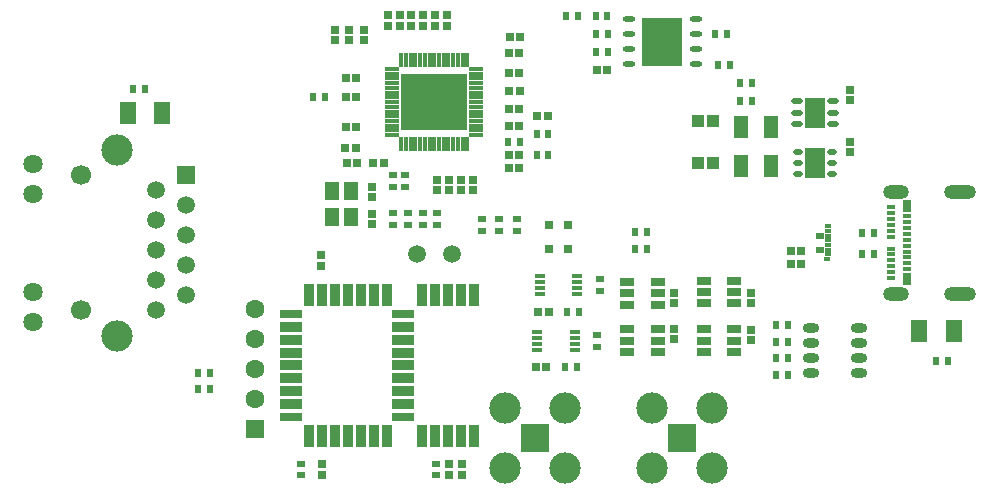
<source format=gts>
G04*
G04 #@! TF.GenerationSoftware,Altium Limited,Altium Designer,24.4.1 (13)*
G04*
G04 Layer_Color=8388736*
%FSLAX44Y44*%
%MOMM*%
G71*
G04*
G04 #@! TF.SameCoordinates,A613BD91-DDE9-4BFC-9EAC-C4A420B0307C*
G04*
G04*
G04 #@! TF.FilePolarity,Negative*
G04*
G01*
G75*
%ADD28R,3.5000X4.1000*%
G04:AMPARAMS|DCode=29|XSize=1.05mm|YSize=0.45mm|CornerRadius=0.225mm|HoleSize=0mm|Usage=FLASHONLY|Rotation=180.000|XOffset=0mm|YOffset=0mm|HoleType=Round|Shape=RoundedRectangle|*
%AMROUNDEDRECTD29*
21,1,1.0500,0.0000,0,0,180.0*
21,1,0.6000,0.4500,0,0,180.0*
1,1,0.4500,-0.3000,0.0000*
1,1,0.4500,0.3000,0.0000*
1,1,0.4500,0.3000,0.0000*
1,1,0.4500,-0.3000,0.0000*
%
%ADD29ROUNDEDRECTD29*%
%ADD40R,0.8000X0.8000*%
%ADD45R,0.6000X0.3500*%
%ADD46R,0.5000X0.3500*%
%ADD47R,0.7500X0.6000*%
%ADD48R,1.2000X0.3000*%
%ADD49R,1.4000X1.9000*%
%ADD50R,0.6000X0.7000*%
%ADD51R,0.7000X0.6000*%
%ADD52O,0.8000X0.5000*%
%ADD53R,1.7500X2.5000*%
%ADD54O,1.0000X0.5000*%
%ADD55R,0.9000X1.9000*%
%ADD56R,1.9000X0.8000*%
%ADD57R,1.9000X0.9000*%
%ADD58R,1.2500X0.7000*%
%ADD59R,0.9000X0.4000*%
%ADD60R,0.8000X0.4000*%
%ADD61R,0.8000X1.1000*%
%ADD62R,0.3000X1.2000*%
%ADD63R,5.7000X4.7000*%
%ADD64C,1.5000*%
%ADD65R,0.7000X0.7400*%
%ADD66R,0.7400X0.7000*%
%ADD67R,1.0000X1.1000*%
%ADD68R,1.3000X1.5000*%
%ADD69O,1.3700X0.8600*%
%ADD70R,1.3000X1.8500*%
%ADD71R,1.5000X1.5000*%
%ADD72C,1.6300*%
%ADD73C,2.6500*%
%ADD74C,1.7000*%
%ADD75R,2.3500X2.3500*%
%ADD76O,2.7000X1.2000*%
%ADD77O,2.2000X1.2000*%
%ADD78C,1.6000*%
%ADD79R,1.6000X1.6000*%
%ADD80C,0.1000*%
%ADD81C,0.7000*%
%ADD82C,0.6000*%
D28*
X953000Y780000D02*
D03*
D29*
X924500Y760950D02*
D03*
Y773650D02*
D03*
Y786350D02*
D03*
Y799050D02*
D03*
X981500D02*
D03*
Y786350D02*
D03*
Y773650D02*
D03*
Y760950D02*
D03*
D40*
X856750Y605000D02*
D03*
X873250D02*
D03*
Y625000D02*
D03*
X856750D02*
D03*
D45*
X1092500Y596000D02*
D03*
D46*
X1093000Y600000D02*
D03*
Y604000D02*
D03*
Y608000D02*
D03*
Y612000D02*
D03*
Y616000D02*
D03*
Y620000D02*
D03*
Y624000D02*
D03*
D47*
X1086250Y604200D02*
D03*
Y615800D02*
D03*
D48*
X724409Y705000D02*
D03*
Y709000D02*
D03*
Y757000D02*
D03*
Y753000D02*
D03*
Y749000D02*
D03*
Y745000D02*
D03*
Y741000D02*
D03*
Y737000D02*
D03*
Y733000D02*
D03*
Y729000D02*
D03*
Y725000D02*
D03*
Y721000D02*
D03*
Y717000D02*
D03*
Y713000D02*
D03*
Y701000D02*
D03*
X795409D02*
D03*
Y705000D02*
D03*
Y709000D02*
D03*
Y713000D02*
D03*
Y717000D02*
D03*
Y721000D02*
D03*
Y725000D02*
D03*
Y729000D02*
D03*
Y733000D02*
D03*
Y737000D02*
D03*
Y741000D02*
D03*
Y745000D02*
D03*
Y749000D02*
D03*
Y753000D02*
D03*
Y757000D02*
D03*
D49*
X500500Y720000D02*
D03*
X529500D02*
D03*
X1199500Y535000D02*
D03*
X1170500D02*
D03*
D50*
X515000Y740000D02*
D03*
X505000D02*
D03*
X1010000Y760000D02*
D03*
X1000000D02*
D03*
X856558Y702000D02*
D03*
X846558D02*
D03*
X906942Y771500D02*
D03*
X896942D02*
D03*
X896442Y802000D02*
D03*
X906442D02*
D03*
X882500Y551500D02*
D03*
X872500D02*
D03*
X1049000Y540000D02*
D03*
X1059000D02*
D03*
X1122000Y618000D02*
D03*
X1132000D02*
D03*
Y600000D02*
D03*
X1122000D02*
D03*
X1029002Y745170D02*
D03*
X1019002D02*
D03*
Y730170D02*
D03*
X1029002D02*
D03*
X1049000Y512000D02*
D03*
X1059000D02*
D03*
X1185000Y510000D02*
D03*
X1195000D02*
D03*
X896942Y786500D02*
D03*
X906942D02*
D03*
X832558Y695000D02*
D03*
X822558D02*
D03*
X1049000Y526000D02*
D03*
X1059000D02*
D03*
X846558Y684000D02*
D03*
X856558D02*
D03*
X940000Y605000D02*
D03*
X930000D02*
D03*
X870500Y504500D02*
D03*
X880500D02*
D03*
X560000Y486000D02*
D03*
X570000D02*
D03*
X881442Y802000D02*
D03*
X871442D02*
D03*
X667558Y733000D02*
D03*
X657558D02*
D03*
X940000Y619000D02*
D03*
X930000D02*
D03*
X997442Y786500D02*
D03*
X1007442D02*
D03*
X560000Y500000D02*
D03*
X570000D02*
D03*
X1049000Y498000D02*
D03*
X1059000D02*
D03*
D51*
X735000Y657500D02*
D03*
Y667500D02*
D03*
X725000D02*
D03*
Y657500D02*
D03*
X750000Y625000D02*
D03*
Y635000D02*
D03*
X830000Y620000D02*
D03*
Y630000D02*
D03*
X900000Y579000D02*
D03*
Y569000D02*
D03*
X761000Y413000D02*
D03*
Y423000D02*
D03*
X647000Y413000D02*
D03*
Y423000D02*
D03*
X725000Y635000D02*
D03*
Y625000D02*
D03*
X815000Y630000D02*
D03*
Y620000D02*
D03*
X762500Y635000D02*
D03*
Y625000D02*
D03*
X737500D02*
D03*
Y635000D02*
D03*
X898000Y522000D02*
D03*
Y532000D02*
D03*
X800000Y630000D02*
D03*
Y620000D02*
D03*
D52*
X1067752Y668170D02*
D03*
Y677670D02*
D03*
Y687170D02*
D03*
X1096252Y668170D02*
D03*
Y687170D02*
D03*
Y677670D02*
D03*
D53*
X1082002D02*
D03*
X1082002Y720170D02*
D03*
D54*
X1066752Y710670D02*
D03*
Y720170D02*
D03*
Y729670D02*
D03*
X1097252Y710670D02*
D03*
Y729670D02*
D03*
Y720170D02*
D03*
D55*
X653500Y446000D02*
D03*
X664500D02*
D03*
X675500D02*
D03*
X686500D02*
D03*
X697500D02*
D03*
X708500D02*
D03*
X719500D02*
D03*
X749500D02*
D03*
X760500D02*
D03*
X771500D02*
D03*
X782500D02*
D03*
X793500D02*
D03*
Y566000D02*
D03*
X782500D02*
D03*
X771500D02*
D03*
X760500D02*
D03*
X749500D02*
D03*
X719500D02*
D03*
X708500D02*
D03*
X697500D02*
D03*
X686500D02*
D03*
X675500D02*
D03*
X664500D02*
D03*
X653500D02*
D03*
D56*
X638500Y550000D02*
D03*
Y462000D02*
D03*
X733500D02*
D03*
Y550000D02*
D03*
D57*
X638500Y539000D02*
D03*
Y528000D02*
D03*
Y517000D02*
D03*
Y506000D02*
D03*
Y495000D02*
D03*
Y484000D02*
D03*
Y473000D02*
D03*
X733500D02*
D03*
Y484000D02*
D03*
Y495000D02*
D03*
Y506000D02*
D03*
Y517000D02*
D03*
Y528000D02*
D03*
Y539000D02*
D03*
D58*
X988000Y577500D02*
D03*
Y568000D02*
D03*
Y558500D02*
D03*
X1014000D02*
D03*
Y568000D02*
D03*
Y577500D02*
D03*
X949000Y536500D02*
D03*
Y527000D02*
D03*
Y517500D02*
D03*
X923000D02*
D03*
Y527000D02*
D03*
Y536500D02*
D03*
X923000Y576500D02*
D03*
Y567000D02*
D03*
Y557500D02*
D03*
X949000D02*
D03*
Y567000D02*
D03*
Y576500D02*
D03*
X1014000Y536500D02*
D03*
Y527000D02*
D03*
Y517500D02*
D03*
X988000D02*
D03*
Y527000D02*
D03*
Y536500D02*
D03*
D59*
X847000Y519500D02*
D03*
Y524500D02*
D03*
Y529500D02*
D03*
Y534500D02*
D03*
X879000D02*
D03*
Y529500D02*
D03*
Y524500D02*
D03*
Y519500D02*
D03*
X881000Y566500D02*
D03*
Y571500D02*
D03*
Y576500D02*
D03*
Y581500D02*
D03*
X849000D02*
D03*
Y576500D02*
D03*
Y571500D02*
D03*
Y566500D02*
D03*
D60*
X1160000Y607500D02*
D03*
Y587500D02*
D03*
Y592500D02*
D03*
Y597500D02*
D03*
Y602500D02*
D03*
Y612500D02*
D03*
Y617500D02*
D03*
Y622500D02*
D03*
Y627500D02*
D03*
Y632500D02*
D03*
X1147000Y615000D02*
D03*
Y640000D02*
D03*
Y635000D02*
D03*
Y630000D02*
D03*
Y625000D02*
D03*
Y620000D02*
D03*
Y580000D02*
D03*
Y605000D02*
D03*
Y600000D02*
D03*
Y595000D02*
D03*
Y590000D02*
D03*
Y585000D02*
D03*
D61*
X1160000Y579000D02*
D03*
X1160100Y641000D02*
D03*
D62*
X731909Y693500D02*
D03*
X735909D02*
D03*
X739909D02*
D03*
X743909D02*
D03*
X747909D02*
D03*
X751909D02*
D03*
X755909D02*
D03*
X759909D02*
D03*
X763909D02*
D03*
X767909D02*
D03*
X771909D02*
D03*
X775909D02*
D03*
X779909D02*
D03*
X783909D02*
D03*
X787909D02*
D03*
Y764500D02*
D03*
X783909D02*
D03*
X779909D02*
D03*
X775909D02*
D03*
X771909D02*
D03*
X767909D02*
D03*
X763909D02*
D03*
X759909D02*
D03*
X755909D02*
D03*
X751909D02*
D03*
X747909D02*
D03*
X743909D02*
D03*
X739909D02*
D03*
X735909D02*
D03*
X731909D02*
D03*
D63*
X759909Y729000D02*
D03*
D64*
X775000Y600000D02*
D03*
X745000D02*
D03*
X524600Y578100D02*
D03*
X550000Y590800D02*
D03*
X524600Y654300D02*
D03*
X550000Y641600D02*
D03*
X524600Y628900D02*
D03*
X550000Y616200D02*
D03*
X524600Y603500D02*
D03*
X550000Y565400D02*
D03*
X524600Y552700D02*
D03*
D65*
X823258Y738500D02*
D03*
X832058D02*
D03*
X823158Y709000D02*
D03*
X831958D02*
D03*
X856900Y551500D02*
D03*
X848100D02*
D03*
X685600Y677500D02*
D03*
X694400D02*
D03*
X684658Y690500D02*
D03*
X693458D02*
D03*
X716900Y677500D02*
D03*
X708100D02*
D03*
X847158Y717000D02*
D03*
X855958D02*
D03*
X1070400Y603000D02*
D03*
X1061600D02*
D03*
X897542Y756500D02*
D03*
X906342D02*
D03*
X832400Y784000D02*
D03*
X823600D02*
D03*
X685158Y733000D02*
D03*
X693958D02*
D03*
X854900Y504500D02*
D03*
X846100D02*
D03*
X1070400Y592000D02*
D03*
X1061600D02*
D03*
X685158Y708000D02*
D03*
X693958D02*
D03*
X831958Y673000D02*
D03*
X823158D02*
D03*
X685158Y749000D02*
D03*
X693958D02*
D03*
X831958Y754000D02*
D03*
X823158D02*
D03*
X831958Y770750D02*
D03*
X823158D02*
D03*
Y723000D02*
D03*
X831958D02*
D03*
Y684000D02*
D03*
X823158D02*
D03*
D66*
X782558Y663400D02*
D03*
Y654600D02*
D03*
X792558Y654600D02*
D03*
Y663400D02*
D03*
X1028000Y536400D02*
D03*
Y527600D02*
D03*
X1112002Y730770D02*
D03*
Y739570D02*
D03*
X783000Y413600D02*
D03*
Y422400D02*
D03*
X772000Y422400D02*
D03*
Y413600D02*
D03*
X665000Y413600D02*
D03*
Y422400D02*
D03*
X664000Y599400D02*
D03*
Y590600D02*
D03*
X963000Y558600D02*
D03*
Y567400D02*
D03*
X700558Y781600D02*
D03*
Y790400D02*
D03*
X1112002Y695170D02*
D03*
Y686370D02*
D03*
X772558Y663400D02*
D03*
Y654600D02*
D03*
X770558Y793600D02*
D03*
Y802400D02*
D03*
X707500Y625600D02*
D03*
Y634400D02*
D03*
Y657500D02*
D03*
Y648700D02*
D03*
X688058Y790400D02*
D03*
Y781600D02*
D03*
X760558Y793600D02*
D03*
Y802400D02*
D03*
X675558Y790400D02*
D03*
Y781600D02*
D03*
X750558Y802400D02*
D03*
Y793600D02*
D03*
X730558D02*
D03*
Y802400D02*
D03*
X740558D02*
D03*
Y793600D02*
D03*
X720558Y802400D02*
D03*
Y793600D02*
D03*
X1028000Y567400D02*
D03*
Y558600D02*
D03*
X762558Y654600D02*
D03*
Y663400D02*
D03*
X962500Y536900D02*
D03*
Y528100D02*
D03*
D67*
X982752Y712670D02*
D03*
X996252D02*
D03*
X982752Y677670D02*
D03*
X996252D02*
D03*
D68*
X673220Y653500D02*
D03*
X689220D02*
D03*
X673220Y631500D02*
D03*
X689220D02*
D03*
D69*
X1119500Y499950D02*
D03*
Y512650D02*
D03*
X1119500Y525350D02*
D03*
X1078500D02*
D03*
Y512650D02*
D03*
Y499950D02*
D03*
Y538050D02*
D03*
X1119500D02*
D03*
D70*
X1019252Y675170D02*
D03*
X1044752D02*
D03*
Y707670D02*
D03*
X1019252D02*
D03*
D71*
X550000Y667000D02*
D03*
D72*
X420500Y676600D02*
D03*
Y651200D02*
D03*
Y568500D02*
D03*
Y543100D02*
D03*
D73*
X491600Y688350D02*
D03*
Y531350D02*
D03*
X819600Y419600D02*
D03*
X870400D02*
D03*
Y470400D02*
D03*
X819600D02*
D03*
X944600Y419600D02*
D03*
X995400D02*
D03*
Y470400D02*
D03*
X944600D02*
D03*
D74*
X461100Y667000D02*
D03*
Y552700D02*
D03*
D75*
X845000Y445000D02*
D03*
X970000D02*
D03*
D76*
X1204600Y566600D02*
D03*
Y653000D02*
D03*
D77*
X1151100Y566800D02*
D03*
Y653200D02*
D03*
D78*
X608000Y528200D02*
D03*
Y553600D02*
D03*
Y502800D02*
D03*
Y477400D02*
D03*
D79*
Y452000D02*
D03*
D80*
X550000Y435000D02*
D03*
Y785000D02*
D03*
X1050000D02*
D03*
Y435000D02*
D03*
D81*
X1082002Y672170D02*
D03*
Y683170D02*
D03*
X1082000Y716000D02*
D03*
X1082002Y725670D02*
D03*
D82*
X953000Y795000D02*
D03*
Y785000D02*
D03*
Y775000D02*
D03*
Y765000D02*
D03*
X963000Y795000D02*
D03*
Y785000D02*
D03*
Y775000D02*
D03*
Y765000D02*
D03*
X943000Y795000D02*
D03*
Y785000D02*
D03*
Y775000D02*
D03*
Y765000D02*
D03*
M02*

</source>
